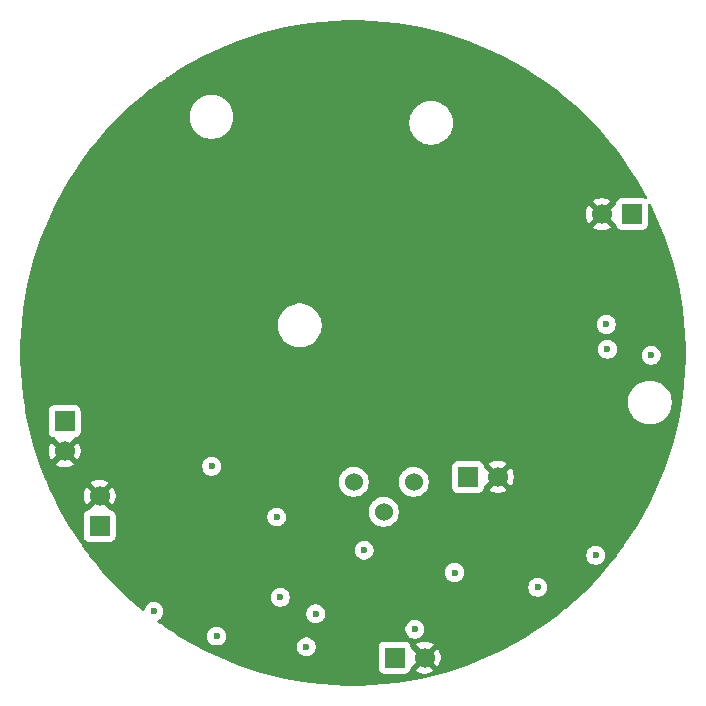
<source format=gbr>
%TF.GenerationSoftware,KiCad,Pcbnew,9.0.7-9.0.7~ubuntu22.04.1*%
%TF.CreationDate,2026-01-21T12:36:38+05:30*%
%TF.ProjectId,HV_POWER_SUPPLY_NEWSHAPE,48565f50-4f57-4455-925f-535550504c59,V1.0*%
%TF.SameCoordinates,Original*%
%TF.FileFunction,Copper,L2,Inr*%
%TF.FilePolarity,Positive*%
%FSLAX46Y46*%
G04 Gerber Fmt 4.6, Leading zero omitted, Abs format (unit mm)*
G04 Created by KiCad (PCBNEW 9.0.7-9.0.7~ubuntu22.04.1) date 2026-01-21 12:36:38*
%MOMM*%
%LPD*%
G01*
G04 APERTURE LIST*
%TA.AperFunction,ComponentPad*%
%ADD10R,1.700000X1.700000*%
%TD*%
%TA.AperFunction,ComponentPad*%
%ADD11C,1.700000*%
%TD*%
%TA.AperFunction,ComponentPad*%
%ADD12C,1.524003*%
%TD*%
%TA.AperFunction,ViaPad*%
%ADD13C,0.600000*%
%TD*%
G04 APERTURE END LIST*
D10*
%TO.N,IO_VREF*%
%TO.C,J1*%
X154500000Y-116250000D03*
D11*
%TO.N,GND*%
X154500000Y-113710000D03*
%TD*%
D10*
%TO.N,Net-(J5-Pin_1)*%
%TO.C,J5*%
X199565000Y-89860000D03*
D11*
%TO.N,GND*%
X197025000Y-89860000D03*
%TD*%
D10*
%TO.N,/Page 2/HV_PG*%
%TO.C,J4*%
X179475000Y-127400000D03*
D11*
%TO.N,GND*%
X182015000Y-127400000D03*
%TD*%
D12*
%TO.N,Net-(R11-Pad2)*%
%TO.C,R9*%
X181100000Y-112529997D03*
%TO.N,POT_METER*%
X178559995Y-115070003D03*
%TO.N,Net-(R10-Pad1)*%
X176019990Y-112529997D03*
%TD*%
D10*
%TO.N,SYS_5V*%
%TO.C,J2*%
X151540000Y-107390000D03*
D11*
%TO.N,GND*%
X151540000Y-109930000D03*
%TD*%
D10*
%TO.N,/Page 2/DETECT_OUTPUT*%
%TO.C,J3*%
X185675000Y-112100000D03*
D11*
%TO.N,GND*%
X188215000Y-112100000D03*
%TD*%
D13*
%TO.N,GND*%
X166623438Y-79225000D03*
X195350000Y-81600000D03*
X164351471Y-76300000D03*
X198405000Y-88075000D03*
X170300000Y-74350000D03*
X167526562Y-78425000D03*
X160225000Y-79225000D03*
X199750000Y-87275000D03*
X193425000Y-80775000D03*
X168675000Y-74800000D03*
X177581250Y-78425000D03*
X196837500Y-84775000D03*
X199125000Y-86325000D03*
X184800000Y-75325000D03*
X184000000Y-75075000D03*
X195800000Y-84775000D03*
X164414200Y-126619000D03*
X162053125Y-79225000D03*
X186817000Y-105867200D03*
X156083000Y-110236000D03*
X178495312Y-78425000D03*
X186732813Y-79225000D03*
X165537500Y-77500000D03*
X161139063Y-79225000D03*
X184581800Y-115747800D03*
X193356250Y-82450000D03*
X162956250Y-78425000D03*
X200075000Y-88075000D03*
X185818750Y-79225000D03*
X180350000Y-74175000D03*
X165450000Y-122100000D03*
X185500000Y-75600000D03*
X175592187Y-77500000D03*
X160045400Y-116814600D03*
X168451563Y-79225000D03*
X182918100Y-124752100D03*
X192706250Y-81600000D03*
X180162500Y-77500000D03*
X163881250Y-79225000D03*
X164623437Y-77500000D03*
X186975000Y-76150000D03*
X189475000Y-79225000D03*
X177592188Y-79225000D03*
X180334375Y-79225000D03*
X189450000Y-77550000D03*
X193300000Y-84025000D03*
X165709375Y-79225000D03*
X187475000Y-77500000D03*
X162967188Y-79225000D03*
X194262500Y-82450000D03*
X175191176Y-73825000D03*
X195350000Y-84025000D03*
X183076563Y-79225000D03*
X184632600Y-121310400D03*
X176667187Y-78425000D03*
X163709375Y-77500000D03*
X176858824Y-73900000D03*
X166950000Y-75325000D03*
X176025000Y-73900000D03*
X182151562Y-78425000D03*
X173151800Y-125552200D03*
X194800000Y-86325000D03*
X198450000Y-85450000D03*
X167537500Y-79225000D03*
X181825000Y-74525000D03*
X173010937Y-78425000D03*
X168440625Y-78425000D03*
X179420313Y-79225000D03*
X190250000Y-78325000D03*
X192925000Y-83200000D03*
X192569261Y-79860741D03*
X166612500Y-78425000D03*
X183818750Y-77500000D03*
X162450000Y-102850000D03*
X196530000Y-86325000D03*
X172850000Y-77500000D03*
X173764062Y-77500000D03*
X188500000Y-76875000D03*
X174357353Y-73900000D03*
X155194000Y-109829600D03*
X189464062Y-78425000D03*
X175753125Y-78425000D03*
X193868750Y-83200000D03*
X190881000Y-118922800D03*
X172107813Y-79225000D03*
X186225000Y-75850000D03*
X193391391Y-79860741D03*
X181100000Y-74300000D03*
X169365625Y-79225000D03*
X194350000Y-80725000D03*
X183990625Y-79225000D03*
X195625000Y-87250000D03*
X199240000Y-88075000D03*
X192450000Y-82450000D03*
X170107812Y-77500000D03*
X183388000Y-104013000D03*
X194468750Y-81600000D03*
X164795313Y-79225000D03*
X171125000Y-74175000D03*
X188560938Y-79225000D03*
X173925000Y-78425000D03*
X164784375Y-78425000D03*
X167825000Y-75025000D03*
X196700000Y-83200000D03*
X196735000Y-88075000D03*
X191825000Y-81600000D03*
X163870312Y-78425000D03*
X196075000Y-82450000D03*
X174678125Y-77500000D03*
X178334375Y-77500000D03*
X172096875Y-78425000D03*
X198260000Y-86325000D03*
X169392600Y-104038400D03*
X171021875Y-77500000D03*
X169525000Y-74500000D03*
X157403800Y-116992400D03*
X179654200Y-121793000D03*
X166150000Y-75575000D03*
X190350000Y-79225000D03*
X170268750Y-78425000D03*
X165698437Y-78425000D03*
X165250000Y-75900000D03*
X162026600Y-77495400D03*
X196350000Y-85450000D03*
X174839062Y-78425000D03*
X197875000Y-84775000D03*
X171182812Y-78425000D03*
X191747130Y-79860741D03*
X171193750Y-79225000D03*
X169354687Y-78425000D03*
X175764063Y-79225000D03*
X181990625Y-77500000D03*
X161250000Y-77975000D03*
X193725000Y-84775000D03*
X173523529Y-73925000D03*
X188675000Y-109325000D03*
X183065625Y-78425000D03*
X198718750Y-87225000D03*
X170279688Y-79225000D03*
X178506250Y-79225000D03*
X184904688Y-79225000D03*
X176678125Y-79225000D03*
X172000000Y-74050000D03*
X187635937Y-78425000D03*
X160350000Y-78525000D03*
X168279687Y-77500000D03*
X191300000Y-79075000D03*
X197687500Y-87225000D03*
X184893750Y-78425000D03*
X195168750Y-82450000D03*
X183979687Y-78425000D03*
X167365625Y-77500000D03*
X191575000Y-80875000D03*
X192500000Y-80800000D03*
X186721875Y-78425000D03*
X196375000Y-84025000D03*
X177420312Y-77500000D03*
X188450000Y-77600000D03*
X180323437Y-78425000D03*
X179350000Y-74050000D03*
X152000000Y-113000000D03*
X187646875Y-79225000D03*
X187700000Y-76525000D03*
X179409375Y-78425000D03*
X166451562Y-77500000D03*
X197395000Y-86325000D03*
X173935938Y-79225000D03*
X193587500Y-81600000D03*
X171935937Y-77500000D03*
X191125000Y-78275000D03*
X154203400Y-110617000D03*
X183250000Y-74825000D03*
X182904687Y-77500000D03*
X169193750Y-77500000D03*
X197400000Y-85450000D03*
X163600000Y-109600000D03*
X185807812Y-78425000D03*
X195756250Y-83200000D03*
X174850000Y-79225000D03*
X162683824Y-77175000D03*
X193649600Y-122986800D03*
X178550000Y-73950000D03*
X194325000Y-84025000D03*
X173021875Y-79225000D03*
X186560937Y-77500000D03*
X192225000Y-79075000D03*
X194762500Y-84775000D03*
X167767000Y-117729000D03*
X177725000Y-73900000D03*
X190925000Y-79860741D03*
X181248438Y-79225000D03*
X182162500Y-79225000D03*
X194812500Y-83200000D03*
X195665000Y-86325000D03*
X188550000Y-78425000D03*
X185646875Y-77500000D03*
X181076562Y-77500000D03*
X160400000Y-120100000D03*
X194250000Y-85450000D03*
X180441600Y-117348000D03*
X196656250Y-87225000D03*
X182525000Y-74675000D03*
X184732812Y-77500000D03*
X197400000Y-84025000D03*
X181237500Y-78425000D03*
X179248437Y-77500000D03*
X162042187Y-78425000D03*
X176506250Y-77500000D03*
X172775000Y-73950000D03*
X197570000Y-88075000D03*
X163517647Y-76700000D03*
X195900000Y-88100000D03*
X195300000Y-85450000D03*
%TO.N,SYS_5V*%
X164000000Y-111200000D03*
%TO.N,GEIGER_DETECTB*%
X201200000Y-101800000D03*
X169800000Y-122300000D03*
%TO.N,IO_VREF*%
X191600000Y-121450000D03*
X197400000Y-99200000D03*
X197500000Y-101300000D03*
X159100000Y-123500000D03*
X196500000Y-118750000D03*
X164400000Y-125600000D03*
%TO.N,POT_METER*%
X172800000Y-123700000D03*
X176900000Y-118300000D03*
%TO.N,/Page 2/DETECT_OUTPUT*%
X172000000Y-126500000D03*
X184550000Y-120200000D03*
%TO.N,Net-(U5A-IN-)*%
X169500000Y-115500000D03*
X181200000Y-125000000D03*
%TD*%
%TA.AperFunction,Conductor*%
%TO.N,GND*%
G36*
X176489112Y-73442876D02*
G01*
X177537314Y-73482096D01*
X177541925Y-73482355D01*
X178587979Y-73560746D01*
X178592519Y-73561172D01*
X179634930Y-73678624D01*
X179639451Y-73679219D01*
X180660518Y-73833120D01*
X180676719Y-73835562D01*
X180681292Y-73836339D01*
X181711953Y-74031350D01*
X181716445Y-74032287D01*
X182739123Y-74265707D01*
X182743590Y-74266814D01*
X183756833Y-74538312D01*
X183761250Y-74539585D01*
X184763607Y-74848771D01*
X184767971Y-74850206D01*
X185758138Y-75196680D01*
X185762412Y-75198267D01*
X186738849Y-75581490D01*
X186743096Y-75583249D01*
X187704575Y-76002738D01*
X187708758Y-76004658D01*
X188653848Y-76459789D01*
X188657963Y-76461867D01*
X189585350Y-76952005D01*
X189589396Y-76954241D01*
X190497801Y-77478709D01*
X190501771Y-77481101D01*
X191389952Y-78039182D01*
X191393792Y-78041696D01*
X192051522Y-78490128D01*
X192260500Y-78632607D01*
X192264282Y-78635291D01*
X193108272Y-79258184D01*
X193111895Y-79260965D01*
X193917562Y-79903462D01*
X193932019Y-79914991D01*
X193935548Y-79917914D01*
X194730710Y-80602206D01*
X194734094Y-80605232D01*
X195488037Y-81304788D01*
X195503026Y-81318696D01*
X195506366Y-81321913D01*
X196248086Y-82063633D01*
X196251303Y-82066973D01*
X196964764Y-82835902D01*
X196967795Y-82839292D01*
X197652080Y-83634445D01*
X197655003Y-83637974D01*
X198309028Y-84458096D01*
X198311821Y-84461735D01*
X198372615Y-84544108D01*
X198934708Y-85305717D01*
X198937392Y-85309499D01*
X199528290Y-86176187D01*
X199530830Y-86180067D01*
X200088897Y-87068226D01*
X200091290Y-87072198D01*
X200615758Y-87980603D01*
X200618001Y-87984662D01*
X200842920Y-88410230D01*
X200856842Y-88478698D01*
X200831537Y-88543825D01*
X200775039Y-88584931D01*
X200705286Y-88588968D01*
X200665185Y-88570322D01*
X200665114Y-88570454D01*
X200663085Y-88569346D01*
X200658977Y-88567436D01*
X200657332Y-88566204D01*
X200657328Y-88566202D01*
X200522482Y-88515908D01*
X200522483Y-88515908D01*
X200462883Y-88509501D01*
X200462881Y-88509500D01*
X200462873Y-88509500D01*
X200462864Y-88509500D01*
X198667129Y-88509500D01*
X198667123Y-88509501D01*
X198607516Y-88515908D01*
X198472671Y-88566202D01*
X198472664Y-88566206D01*
X198357455Y-88652452D01*
X198357452Y-88652455D01*
X198271206Y-88767664D01*
X198271202Y-88767671D01*
X198220908Y-88902517D01*
X198214501Y-88962116D01*
X198214500Y-88962135D01*
X198214500Y-88972690D01*
X198194815Y-89039729D01*
X198178181Y-89060371D01*
X197507962Y-89730590D01*
X197490925Y-89667007D01*
X197425099Y-89552993D01*
X197332007Y-89459901D01*
X197217993Y-89394075D01*
X197154409Y-89377037D01*
X197786716Y-88744728D01*
X197732550Y-88705375D01*
X197543217Y-88608904D01*
X197341129Y-88543242D01*
X197131246Y-88510000D01*
X196918754Y-88510000D01*
X196708872Y-88543242D01*
X196708869Y-88543242D01*
X196506782Y-88608904D01*
X196317439Y-88705380D01*
X196263282Y-88744727D01*
X196263282Y-88744728D01*
X196895591Y-89377037D01*
X196832007Y-89394075D01*
X196717993Y-89459901D01*
X196624901Y-89552993D01*
X196559075Y-89667007D01*
X196542037Y-89730591D01*
X195909728Y-89098282D01*
X195909727Y-89098282D01*
X195870380Y-89152439D01*
X195773904Y-89341782D01*
X195708242Y-89543869D01*
X195708242Y-89543872D01*
X195675000Y-89753753D01*
X195675000Y-89966246D01*
X195708242Y-90176127D01*
X195708242Y-90176130D01*
X195773904Y-90378217D01*
X195870375Y-90567550D01*
X195909728Y-90621716D01*
X196542037Y-89989408D01*
X196559075Y-90052993D01*
X196624901Y-90167007D01*
X196717993Y-90260099D01*
X196832007Y-90325925D01*
X196895590Y-90342962D01*
X196263282Y-90975269D01*
X196263282Y-90975270D01*
X196317449Y-91014624D01*
X196506782Y-91111095D01*
X196708870Y-91176757D01*
X196918754Y-91210000D01*
X197131246Y-91210000D01*
X197341127Y-91176757D01*
X197341130Y-91176757D01*
X197543217Y-91111095D01*
X197732554Y-91014622D01*
X197786716Y-90975270D01*
X197786717Y-90975270D01*
X197154408Y-90342962D01*
X197217993Y-90325925D01*
X197332007Y-90260099D01*
X197425099Y-90167007D01*
X197490925Y-90052993D01*
X197507962Y-89989409D01*
X198178181Y-90659628D01*
X198211666Y-90720951D01*
X198214500Y-90747300D01*
X198214500Y-90757865D01*
X198214501Y-90757876D01*
X198220908Y-90817483D01*
X198271202Y-90952328D01*
X198271206Y-90952335D01*
X198357452Y-91067544D01*
X198357455Y-91067547D01*
X198472664Y-91153793D01*
X198472671Y-91153797D01*
X198607517Y-91204091D01*
X198607516Y-91204091D01*
X198614444Y-91204835D01*
X198667127Y-91210500D01*
X200462872Y-91210499D01*
X200522483Y-91204091D01*
X200657331Y-91153796D01*
X200772546Y-91067546D01*
X200858796Y-90952331D01*
X200909091Y-90817483D01*
X200915500Y-90757873D01*
X200915499Y-89055107D01*
X200935184Y-88988069D01*
X200987987Y-88942314D01*
X201057146Y-88932370D01*
X201120702Y-88961395D01*
X201151218Y-89001305D01*
X201177129Y-89055108D01*
X201565334Y-89861225D01*
X201567268Y-89865440D01*
X201986742Y-90826884D01*
X201988516Y-90831169D01*
X202371718Y-91807550D01*
X202373332Y-91811897D01*
X202719786Y-92802008D01*
X202721235Y-92806413D01*
X203030408Y-93808729D01*
X203031692Y-93813185D01*
X203303180Y-94826392D01*
X203304296Y-94830893D01*
X203537707Y-95853530D01*
X203538654Y-95858070D01*
X203733660Y-96888708D01*
X203734437Y-96893280D01*
X203890775Y-97930510D01*
X203891380Y-97935107D01*
X204008823Y-98977442D01*
X204009256Y-98982059D01*
X204087643Y-100028064D01*
X204087903Y-100032694D01*
X204127124Y-101080886D01*
X204127211Y-101085523D01*
X204127211Y-102134476D01*
X204127124Y-102139113D01*
X204087903Y-103187305D01*
X204087643Y-103191935D01*
X204009256Y-104237940D01*
X204008823Y-104242557D01*
X203891380Y-105284892D01*
X203890775Y-105289489D01*
X203734437Y-106326719D01*
X203733660Y-106331291D01*
X203538654Y-107361929D01*
X203537707Y-107366469D01*
X203304296Y-108389106D01*
X203303180Y-108393607D01*
X203031692Y-109406814D01*
X203030408Y-109411270D01*
X202721235Y-110413586D01*
X202719786Y-110417991D01*
X202373332Y-111408102D01*
X202371718Y-111412449D01*
X201988516Y-112388830D01*
X201986742Y-112393115D01*
X201567268Y-113354559D01*
X201565334Y-113358774D01*
X201110216Y-114303836D01*
X201108126Y-114307975D01*
X200618001Y-115235337D01*
X200615758Y-115239396D01*
X200091290Y-116147801D01*
X200088897Y-116151773D01*
X199530830Y-117039932D01*
X199528290Y-117043812D01*
X198937392Y-117910500D01*
X198934708Y-117914282D01*
X198311836Y-118758244D01*
X198309013Y-118761923D01*
X197655008Y-119582019D01*
X197652058Y-119585579D01*
X196967818Y-120380680D01*
X196964747Y-120384116D01*
X196251303Y-121153026D01*
X196248086Y-121156366D01*
X195506366Y-121898086D01*
X195503026Y-121901303D01*
X194734116Y-122614747D01*
X194730680Y-122617818D01*
X193976888Y-123266510D01*
X193935590Y-123302050D01*
X193932019Y-123305008D01*
X193111923Y-123959013D01*
X193108244Y-123961836D01*
X192264282Y-124584708D01*
X192260500Y-124587392D01*
X191393812Y-125178290D01*
X191389932Y-125180830D01*
X190501773Y-125738897D01*
X190497801Y-125741290D01*
X189589396Y-126265758D01*
X189585337Y-126268001D01*
X188657975Y-126758126D01*
X188653836Y-126760216D01*
X187708774Y-127215334D01*
X187704559Y-127217268D01*
X186743115Y-127636742D01*
X186738830Y-127638516D01*
X185762449Y-128021718D01*
X185758102Y-128023332D01*
X184767991Y-128369786D01*
X184763586Y-128371235D01*
X183761270Y-128680408D01*
X183756814Y-128681692D01*
X182743607Y-128953180D01*
X182739106Y-128954296D01*
X181716469Y-129187707D01*
X181711929Y-129188654D01*
X180681291Y-129383660D01*
X180676719Y-129384437D01*
X179639489Y-129540775D01*
X179634892Y-129541380D01*
X178592557Y-129658823D01*
X178587940Y-129659256D01*
X177541935Y-129737643D01*
X177537305Y-129737903D01*
X176530856Y-129775562D01*
X176489111Y-129777124D01*
X176484476Y-129777211D01*
X175435524Y-129777211D01*
X175430888Y-129777124D01*
X175387100Y-129775485D01*
X174382694Y-129737903D01*
X174378064Y-129737643D01*
X173332059Y-129659256D01*
X173327442Y-129658823D01*
X172285107Y-129541380D01*
X172280510Y-129540775D01*
X171243280Y-129384437D01*
X171238708Y-129383660D01*
X170208070Y-129188654D01*
X170203530Y-129187707D01*
X169180893Y-128954296D01*
X169176392Y-128953180D01*
X168163185Y-128681692D01*
X168158729Y-128680408D01*
X167156413Y-128371235D01*
X167152008Y-128369786D01*
X166161897Y-128023332D01*
X166157550Y-128021718D01*
X165181169Y-127638516D01*
X165176884Y-127636742D01*
X164215440Y-127217268D01*
X164211225Y-127215334D01*
X163266163Y-126760216D01*
X163262024Y-126758126D01*
X162624440Y-126421153D01*
X171199500Y-126421153D01*
X171199500Y-126578846D01*
X171230261Y-126733489D01*
X171230264Y-126733501D01*
X171290602Y-126879172D01*
X171290609Y-126879185D01*
X171378210Y-127010288D01*
X171378213Y-127010292D01*
X171489707Y-127121786D01*
X171489711Y-127121789D01*
X171620814Y-127209390D01*
X171620827Y-127209397D01*
X171766498Y-127269735D01*
X171766503Y-127269737D01*
X171887239Y-127293753D01*
X171921153Y-127300499D01*
X171921156Y-127300500D01*
X171921158Y-127300500D01*
X172078844Y-127300500D01*
X172078845Y-127300499D01*
X172233497Y-127269737D01*
X172362398Y-127216345D01*
X172379172Y-127209397D01*
X172379172Y-127209396D01*
X172379179Y-127209394D01*
X172510289Y-127121789D01*
X172621789Y-127010289D01*
X172709394Y-126879179D01*
X172769737Y-126733497D01*
X172800500Y-126578842D01*
X172800500Y-126502135D01*
X178124500Y-126502135D01*
X178124500Y-128297870D01*
X178124501Y-128297876D01*
X178130908Y-128357483D01*
X178181202Y-128492328D01*
X178181206Y-128492335D01*
X178267452Y-128607544D01*
X178267455Y-128607547D01*
X178382664Y-128693793D01*
X178382671Y-128693797D01*
X178517517Y-128744091D01*
X178517516Y-128744091D01*
X178524444Y-128744835D01*
X178577127Y-128750500D01*
X180372872Y-128750499D01*
X180432483Y-128744091D01*
X180567331Y-128693796D01*
X180682546Y-128607546D01*
X180768796Y-128492331D01*
X180819091Y-128357483D01*
X180825500Y-128297873D01*
X180825499Y-128273979D01*
X180828330Y-128260963D01*
X180838940Y-128241525D01*
X180845179Y-128220275D01*
X180861803Y-128199643D01*
X180861808Y-128199636D01*
X180861811Y-128199634D01*
X180861818Y-128199626D01*
X181532037Y-127529408D01*
X181549075Y-127592993D01*
X181614901Y-127707007D01*
X181707993Y-127800099D01*
X181822007Y-127865925D01*
X181885590Y-127882962D01*
X181253282Y-128515269D01*
X181253282Y-128515270D01*
X181307449Y-128554624D01*
X181496782Y-128651095D01*
X181698870Y-128716757D01*
X181908754Y-128750000D01*
X182121246Y-128750000D01*
X182331127Y-128716757D01*
X182331130Y-128716757D01*
X182533217Y-128651095D01*
X182722554Y-128554622D01*
X182776716Y-128515270D01*
X182776717Y-128515270D01*
X182144408Y-127882962D01*
X182207993Y-127865925D01*
X182322007Y-127800099D01*
X182415099Y-127707007D01*
X182480925Y-127592993D01*
X182497962Y-127529408D01*
X183130270Y-128161717D01*
X183130270Y-128161716D01*
X183169622Y-128107554D01*
X183266095Y-127918217D01*
X183331757Y-127716130D01*
X183331757Y-127716127D01*
X183365000Y-127506246D01*
X183365000Y-127293753D01*
X183331757Y-127083872D01*
X183331757Y-127083869D01*
X183266095Y-126881782D01*
X183169624Y-126692449D01*
X183130270Y-126638282D01*
X183130269Y-126638282D01*
X182497962Y-127270590D01*
X182480925Y-127207007D01*
X182415099Y-127092993D01*
X182322007Y-126999901D01*
X182207993Y-126934075D01*
X182144409Y-126917037D01*
X182776716Y-126284728D01*
X182722550Y-126245375D01*
X182533217Y-126148904D01*
X182331129Y-126083242D01*
X182121246Y-126050000D01*
X181908754Y-126050000D01*
X181698872Y-126083242D01*
X181698869Y-126083242D01*
X181496782Y-126148904D01*
X181307439Y-126245380D01*
X181253282Y-126284727D01*
X181253282Y-126284728D01*
X181885591Y-126917037D01*
X181822007Y-126934075D01*
X181707993Y-126999901D01*
X181614901Y-127092993D01*
X181549075Y-127207007D01*
X181532037Y-127270591D01*
X180861818Y-126600372D01*
X180828333Y-126539049D01*
X180828330Y-126539036D01*
X180825499Y-126526015D01*
X180825499Y-126502128D01*
X180819091Y-126442517D01*
X180769441Y-126309397D01*
X180768798Y-126307673D01*
X180768793Y-126307664D01*
X180682547Y-126192455D01*
X180682544Y-126192452D01*
X180567335Y-126106206D01*
X180567328Y-126106202D01*
X180432482Y-126055908D01*
X180432483Y-126055908D01*
X180372883Y-126049501D01*
X180372881Y-126049500D01*
X180372873Y-126049500D01*
X180372864Y-126049500D01*
X178577129Y-126049500D01*
X178577123Y-126049501D01*
X178517516Y-126055908D01*
X178382671Y-126106202D01*
X178382664Y-126106206D01*
X178267455Y-126192452D01*
X178267452Y-126192455D01*
X178181206Y-126307664D01*
X178181202Y-126307671D01*
X178130908Y-126442517D01*
X178124501Y-126502116D01*
X178124500Y-126502135D01*
X172800500Y-126502135D01*
X172800500Y-126421158D01*
X172800500Y-126421155D01*
X172800499Y-126421153D01*
X172790271Y-126369735D01*
X172769737Y-126266503D01*
X172739065Y-126192454D01*
X172709397Y-126120827D01*
X172709390Y-126120814D01*
X172621789Y-125989711D01*
X172621786Y-125989707D01*
X172510292Y-125878213D01*
X172510288Y-125878210D01*
X172379185Y-125790609D01*
X172379172Y-125790602D01*
X172233501Y-125730264D01*
X172233489Y-125730261D01*
X172078845Y-125699500D01*
X172078842Y-125699500D01*
X171921158Y-125699500D01*
X171921155Y-125699500D01*
X171766510Y-125730261D01*
X171766498Y-125730264D01*
X171620827Y-125790602D01*
X171620814Y-125790609D01*
X171489711Y-125878210D01*
X171489707Y-125878213D01*
X171378213Y-125989707D01*
X171378210Y-125989711D01*
X171290609Y-126120814D01*
X171290602Y-126120827D01*
X171230264Y-126266498D01*
X171230261Y-126266510D01*
X171199500Y-126421153D01*
X162624440Y-126421153D01*
X162334662Y-126268001D01*
X162330603Y-126265758D01*
X161422198Y-125741290D01*
X161418226Y-125738897D01*
X161229098Y-125620060D01*
X161071688Y-125521153D01*
X163599500Y-125521153D01*
X163599500Y-125678846D01*
X163630261Y-125833489D01*
X163630264Y-125833501D01*
X163690602Y-125979172D01*
X163690609Y-125979185D01*
X163778210Y-126110288D01*
X163778213Y-126110292D01*
X163889707Y-126221786D01*
X163889711Y-126221789D01*
X164020814Y-126309390D01*
X164020827Y-126309397D01*
X164159900Y-126367002D01*
X164166503Y-126369737D01*
X164321153Y-126400499D01*
X164321156Y-126400500D01*
X164321158Y-126400500D01*
X164478844Y-126400500D01*
X164478845Y-126400499D01*
X164633497Y-126369737D01*
X164779179Y-126309394D01*
X164910289Y-126221789D01*
X165021789Y-126110289D01*
X165109394Y-125979179D01*
X165169737Y-125833497D01*
X165200500Y-125678842D01*
X165200500Y-125521158D01*
X165200500Y-125521155D01*
X165200499Y-125521153D01*
X165198338Y-125510288D01*
X165169737Y-125366503D01*
X165169735Y-125366498D01*
X165109397Y-125220827D01*
X165109390Y-125220814D01*
X165021789Y-125089711D01*
X165021786Y-125089707D01*
X164910292Y-124978213D01*
X164910288Y-124978210D01*
X164824897Y-124921153D01*
X180399500Y-124921153D01*
X180399500Y-125078846D01*
X180430261Y-125233489D01*
X180430264Y-125233501D01*
X180490602Y-125379172D01*
X180490609Y-125379185D01*
X180578210Y-125510288D01*
X180578213Y-125510292D01*
X180689707Y-125621786D01*
X180689711Y-125621789D01*
X180820814Y-125709390D01*
X180820827Y-125709397D01*
X180897825Y-125741290D01*
X180966503Y-125769737D01*
X181121153Y-125800499D01*
X181121156Y-125800500D01*
X181121158Y-125800500D01*
X181278844Y-125800500D01*
X181278845Y-125800499D01*
X181433497Y-125769737D01*
X181579179Y-125709394D01*
X181710289Y-125621789D01*
X181821789Y-125510289D01*
X181909394Y-125379179D01*
X181969737Y-125233497D01*
X182000500Y-125078842D01*
X182000500Y-124921158D01*
X182000500Y-124921155D01*
X182000499Y-124921153D01*
X181982419Y-124830261D01*
X181969737Y-124766503D01*
X181969735Y-124766498D01*
X181909397Y-124620827D01*
X181909390Y-124620814D01*
X181821789Y-124489711D01*
X181821786Y-124489707D01*
X181710292Y-124378213D01*
X181710288Y-124378210D01*
X181579185Y-124290609D01*
X181579172Y-124290602D01*
X181433501Y-124230264D01*
X181433489Y-124230261D01*
X181278845Y-124199500D01*
X181278842Y-124199500D01*
X181121158Y-124199500D01*
X181121155Y-124199500D01*
X180966510Y-124230261D01*
X180966498Y-124230264D01*
X180820827Y-124290602D01*
X180820814Y-124290609D01*
X180689711Y-124378210D01*
X180689707Y-124378213D01*
X180578213Y-124489707D01*
X180578210Y-124489711D01*
X180490609Y-124620814D01*
X180490602Y-124620827D01*
X180430264Y-124766498D01*
X180430261Y-124766510D01*
X180399500Y-124921153D01*
X164824897Y-124921153D01*
X164779185Y-124890609D01*
X164779172Y-124890602D01*
X164633501Y-124830264D01*
X164633489Y-124830261D01*
X164478845Y-124799500D01*
X164478842Y-124799500D01*
X164321158Y-124799500D01*
X164321155Y-124799500D01*
X164166510Y-124830261D01*
X164166498Y-124830264D01*
X164020827Y-124890602D01*
X164020814Y-124890609D01*
X163889711Y-124978210D01*
X163889707Y-124978213D01*
X163778213Y-125089707D01*
X163778210Y-125089711D01*
X163690609Y-125220814D01*
X163690602Y-125220827D01*
X163630264Y-125366498D01*
X163630261Y-125366510D01*
X163599500Y-125521153D01*
X161071688Y-125521153D01*
X160682166Y-125276400D01*
X160530060Y-125180825D01*
X160526187Y-125178290D01*
X160396265Y-125089711D01*
X160149036Y-124921153D01*
X159659499Y-124587392D01*
X159655717Y-124584708D01*
X159443130Y-124427812D01*
X159400880Y-124372165D01*
X159395421Y-124302509D01*
X159428488Y-124240959D01*
X159469312Y-124213481D01*
X159479179Y-124209394D01*
X159610289Y-124121789D01*
X159721789Y-124010289D01*
X159809394Y-123879179D01*
X159869737Y-123733497D01*
X159892083Y-123621158D01*
X159892084Y-123621153D01*
X171999500Y-123621153D01*
X171999500Y-123778846D01*
X172030261Y-123933489D01*
X172030264Y-123933501D01*
X172090602Y-124079172D01*
X172090609Y-124079185D01*
X172178210Y-124210288D01*
X172178213Y-124210292D01*
X172289707Y-124321786D01*
X172289711Y-124321789D01*
X172420814Y-124409390D01*
X172420827Y-124409397D01*
X172566498Y-124469735D01*
X172566503Y-124469737D01*
X172721153Y-124500499D01*
X172721156Y-124500500D01*
X172721158Y-124500500D01*
X172878844Y-124500500D01*
X172878845Y-124500499D01*
X173033497Y-124469737D01*
X173179179Y-124409394D01*
X173310289Y-124321789D01*
X173421789Y-124210289D01*
X173509394Y-124079179D01*
X173569737Y-123933497D01*
X173600500Y-123778842D01*
X173600500Y-123621158D01*
X173600500Y-123621155D01*
X173600499Y-123621153D01*
X173569738Y-123466510D01*
X173569737Y-123466503D01*
X173553935Y-123428354D01*
X173509397Y-123320827D01*
X173509390Y-123320814D01*
X173421789Y-123189711D01*
X173421786Y-123189707D01*
X173310292Y-123078213D01*
X173310288Y-123078210D01*
X173179185Y-122990609D01*
X173179172Y-122990602D01*
X173033501Y-122930264D01*
X173033489Y-122930261D01*
X172878845Y-122899500D01*
X172878842Y-122899500D01*
X172721158Y-122899500D01*
X172721155Y-122899500D01*
X172566510Y-122930261D01*
X172566498Y-122930264D01*
X172420827Y-122990602D01*
X172420814Y-122990609D01*
X172289711Y-123078210D01*
X172289707Y-123078213D01*
X172178213Y-123189707D01*
X172178210Y-123189711D01*
X172090609Y-123320814D01*
X172090602Y-123320827D01*
X172030264Y-123466498D01*
X172030261Y-123466510D01*
X171999500Y-123621153D01*
X159892084Y-123621153D01*
X159898107Y-123590875D01*
X159898107Y-123590874D01*
X159900500Y-123578844D01*
X159900500Y-123421155D01*
X159900499Y-123421153D01*
X159880543Y-123320827D01*
X159869737Y-123266503D01*
X159837929Y-123189711D01*
X159809397Y-123120827D01*
X159809390Y-123120814D01*
X159721789Y-122989711D01*
X159721786Y-122989707D01*
X159610292Y-122878213D01*
X159610288Y-122878210D01*
X159479185Y-122790609D01*
X159479172Y-122790602D01*
X159333501Y-122730264D01*
X159333489Y-122730261D01*
X159178845Y-122699500D01*
X159178842Y-122699500D01*
X159021158Y-122699500D01*
X159021155Y-122699500D01*
X158866510Y-122730261D01*
X158866498Y-122730264D01*
X158720827Y-122790602D01*
X158720814Y-122790609D01*
X158589711Y-122878210D01*
X158589707Y-122878213D01*
X158478213Y-122989707D01*
X158478210Y-122989711D01*
X158390609Y-123120814D01*
X158390602Y-123120827D01*
X158330264Y-123266498D01*
X158330261Y-123266508D01*
X158316516Y-123335610D01*
X158315075Y-123338364D01*
X158315202Y-123341471D01*
X158298989Y-123369114D01*
X158284131Y-123397521D01*
X158281428Y-123399060D01*
X158279856Y-123401741D01*
X158251277Y-123416229D01*
X158223415Y-123432095D01*
X158220309Y-123431928D01*
X158217537Y-123433334D01*
X158185654Y-123430070D01*
X158153645Y-123428354D01*
X158150192Y-123426440D01*
X158148031Y-123426219D01*
X158117586Y-123408365D01*
X157987980Y-123305007D01*
X157984409Y-123302049D01*
X157773825Y-123120827D01*
X157189292Y-122617795D01*
X157185902Y-122614764D01*
X156761690Y-122221153D01*
X168999500Y-122221153D01*
X168999500Y-122378846D01*
X169030261Y-122533489D01*
X169030264Y-122533501D01*
X169090602Y-122679172D01*
X169090609Y-122679185D01*
X169178210Y-122810288D01*
X169178213Y-122810292D01*
X169289707Y-122921786D01*
X169289711Y-122921789D01*
X169420814Y-123009390D01*
X169420827Y-123009397D01*
X169566498Y-123069735D01*
X169566503Y-123069737D01*
X169721153Y-123100499D01*
X169721156Y-123100500D01*
X169721158Y-123100500D01*
X169878844Y-123100500D01*
X169878845Y-123100499D01*
X170033497Y-123069737D01*
X170179179Y-123009394D01*
X170310289Y-122921789D01*
X170421789Y-122810289D01*
X170509394Y-122679179D01*
X170569737Y-122533497D01*
X170600500Y-122378842D01*
X170600500Y-122221158D01*
X170600500Y-122221155D01*
X170600499Y-122221153D01*
X170570788Y-122071789D01*
X170569737Y-122066503D01*
X170569735Y-122066498D01*
X170509397Y-121920827D01*
X170509390Y-121920814D01*
X170421789Y-121789711D01*
X170421786Y-121789707D01*
X170310292Y-121678213D01*
X170310288Y-121678210D01*
X170179185Y-121590609D01*
X170179172Y-121590602D01*
X170033501Y-121530264D01*
X170033489Y-121530261D01*
X169878845Y-121499500D01*
X169878842Y-121499500D01*
X169721158Y-121499500D01*
X169721155Y-121499500D01*
X169566510Y-121530261D01*
X169566498Y-121530264D01*
X169420827Y-121590602D01*
X169420814Y-121590609D01*
X169289711Y-121678210D01*
X169289707Y-121678213D01*
X169178213Y-121789707D01*
X169178210Y-121789711D01*
X169090609Y-121920814D01*
X169090602Y-121920827D01*
X169030264Y-122066498D01*
X169030261Y-122066510D01*
X168999500Y-122221153D01*
X156761690Y-122221153D01*
X156416973Y-121901303D01*
X156413633Y-121898086D01*
X155886700Y-121371153D01*
X190799500Y-121371153D01*
X190799500Y-121528846D01*
X190830261Y-121683489D01*
X190830264Y-121683501D01*
X190890602Y-121829172D01*
X190890609Y-121829185D01*
X190978210Y-121960288D01*
X190978213Y-121960292D01*
X191089707Y-122071786D01*
X191089711Y-122071789D01*
X191220814Y-122159390D01*
X191220827Y-122159397D01*
X191366498Y-122219735D01*
X191366503Y-122219737D01*
X191521153Y-122250499D01*
X191521156Y-122250500D01*
X191521158Y-122250500D01*
X191678844Y-122250500D01*
X191678845Y-122250499D01*
X191833497Y-122219737D01*
X191979179Y-122159394D01*
X192110289Y-122071789D01*
X192221789Y-121960289D01*
X192309394Y-121829179D01*
X192369737Y-121683497D01*
X192400500Y-121528842D01*
X192400500Y-121371158D01*
X192400500Y-121371155D01*
X192400499Y-121371153D01*
X192369738Y-121216510D01*
X192369737Y-121216503D01*
X192324766Y-121107932D01*
X192309397Y-121070827D01*
X192309390Y-121070814D01*
X192221789Y-120939711D01*
X192221786Y-120939707D01*
X192110292Y-120828213D01*
X192110288Y-120828210D01*
X191979185Y-120740609D01*
X191979172Y-120740602D01*
X191833501Y-120680264D01*
X191833489Y-120680261D01*
X191678845Y-120649500D01*
X191678842Y-120649500D01*
X191521158Y-120649500D01*
X191521155Y-120649500D01*
X191366510Y-120680261D01*
X191366498Y-120680264D01*
X191220827Y-120740602D01*
X191220814Y-120740609D01*
X191089711Y-120828210D01*
X191089707Y-120828213D01*
X190978213Y-120939707D01*
X190978210Y-120939711D01*
X190890609Y-121070814D01*
X190890602Y-121070827D01*
X190830264Y-121216498D01*
X190830261Y-121216510D01*
X190799500Y-121371153D01*
X155886700Y-121371153D01*
X155671913Y-121156366D01*
X155668696Y-121153026D01*
X155626855Y-121107932D01*
X154955233Y-120384094D01*
X154952181Y-120380680D01*
X154728840Y-120121153D01*
X183749500Y-120121153D01*
X183749500Y-120278846D01*
X183780261Y-120433489D01*
X183780264Y-120433501D01*
X183840602Y-120579172D01*
X183840609Y-120579185D01*
X183928210Y-120710288D01*
X183928213Y-120710292D01*
X184039707Y-120821786D01*
X184039711Y-120821789D01*
X184170814Y-120909390D01*
X184170827Y-120909397D01*
X184244013Y-120939711D01*
X184316503Y-120969737D01*
X184471153Y-121000499D01*
X184471156Y-121000500D01*
X184471158Y-121000500D01*
X184628844Y-121000500D01*
X184628845Y-121000499D01*
X184783497Y-120969737D01*
X184929179Y-120909394D01*
X185060289Y-120821789D01*
X185171789Y-120710289D01*
X185259394Y-120579179D01*
X185319737Y-120433497D01*
X185350500Y-120278842D01*
X185350500Y-120121158D01*
X185350500Y-120121155D01*
X185350499Y-120121153D01*
X185319738Y-119966510D01*
X185319737Y-119966503D01*
X185319735Y-119966498D01*
X185259397Y-119820827D01*
X185259390Y-119820814D01*
X185171789Y-119689711D01*
X185171786Y-119689707D01*
X185060292Y-119578213D01*
X185060288Y-119578210D01*
X184929185Y-119490609D01*
X184929172Y-119490602D01*
X184783501Y-119430264D01*
X184783489Y-119430261D01*
X184628845Y-119399500D01*
X184628842Y-119399500D01*
X184471158Y-119399500D01*
X184471155Y-119399500D01*
X184316510Y-119430261D01*
X184316498Y-119430264D01*
X184170827Y-119490602D01*
X184170814Y-119490609D01*
X184039711Y-119578210D01*
X184039707Y-119578213D01*
X183928213Y-119689707D01*
X183928210Y-119689711D01*
X183840609Y-119820814D01*
X183840602Y-119820827D01*
X183780264Y-119966498D01*
X183780261Y-119966510D01*
X183749500Y-120121153D01*
X154728840Y-120121153D01*
X154267914Y-119585548D01*
X154264991Y-119582019D01*
X154261956Y-119578213D01*
X153610965Y-118761895D01*
X153608184Y-118758272D01*
X153211772Y-118221153D01*
X176099500Y-118221153D01*
X176099500Y-118378846D01*
X176130261Y-118533489D01*
X176130264Y-118533501D01*
X176190602Y-118679172D01*
X176190609Y-118679185D01*
X176278210Y-118810288D01*
X176278213Y-118810292D01*
X176389707Y-118921786D01*
X176389711Y-118921789D01*
X176520814Y-119009390D01*
X176520827Y-119009397D01*
X176666498Y-119069735D01*
X176666503Y-119069737D01*
X176821153Y-119100499D01*
X176821156Y-119100500D01*
X176821158Y-119100500D01*
X176978844Y-119100500D01*
X176978845Y-119100499D01*
X177133497Y-119069737D01*
X177279179Y-119009394D01*
X177410289Y-118921789D01*
X177521789Y-118810289D01*
X177609394Y-118679179D01*
X177609395Y-118679176D01*
X177609397Y-118679173D01*
X177612719Y-118671153D01*
X195699500Y-118671153D01*
X195699500Y-118828846D01*
X195730261Y-118983489D01*
X195730264Y-118983501D01*
X195790602Y-119129172D01*
X195790609Y-119129185D01*
X195878210Y-119260288D01*
X195878213Y-119260292D01*
X195989707Y-119371786D01*
X195989711Y-119371789D01*
X196120814Y-119459390D01*
X196120827Y-119459397D01*
X196266498Y-119519735D01*
X196266503Y-119519737D01*
X196421153Y-119550499D01*
X196421156Y-119550500D01*
X196421158Y-119550500D01*
X196578844Y-119550500D01*
X196578845Y-119550499D01*
X196733497Y-119519737D01*
X196879179Y-119459394D01*
X197010289Y-119371789D01*
X197121789Y-119260289D01*
X197209394Y-119129179D01*
X197269737Y-118983497D01*
X197300500Y-118828842D01*
X197300500Y-118671158D01*
X197300500Y-118671155D01*
X197300499Y-118671153D01*
X197273117Y-118533497D01*
X197269737Y-118516503D01*
X197269735Y-118516498D01*
X197209397Y-118370827D01*
X197209390Y-118370814D01*
X197121789Y-118239711D01*
X197121786Y-118239707D01*
X197010292Y-118128213D01*
X197010288Y-118128210D01*
X196879185Y-118040609D01*
X196879172Y-118040602D01*
X196733501Y-117980264D01*
X196733489Y-117980261D01*
X196578845Y-117949500D01*
X196578842Y-117949500D01*
X196421158Y-117949500D01*
X196421155Y-117949500D01*
X196266510Y-117980261D01*
X196266498Y-117980264D01*
X196120827Y-118040602D01*
X196120814Y-118040609D01*
X195989711Y-118128210D01*
X195989707Y-118128213D01*
X195878213Y-118239707D01*
X195878210Y-118239711D01*
X195790609Y-118370814D01*
X195790602Y-118370827D01*
X195730264Y-118516498D01*
X195730261Y-118516510D01*
X195699500Y-118671153D01*
X177612719Y-118671153D01*
X177634895Y-118617614D01*
X177634895Y-118617613D01*
X177669737Y-118533497D01*
X177700500Y-118378842D01*
X177700500Y-118221158D01*
X177700500Y-118221155D01*
X177700499Y-118221153D01*
X177682012Y-118128213D01*
X177669737Y-118066503D01*
X177669735Y-118066498D01*
X177609397Y-117920827D01*
X177609390Y-117920814D01*
X177521789Y-117789711D01*
X177521786Y-117789707D01*
X177410292Y-117678213D01*
X177410288Y-117678210D01*
X177279185Y-117590609D01*
X177279172Y-117590602D01*
X177133501Y-117530264D01*
X177133489Y-117530261D01*
X176978845Y-117499500D01*
X176978842Y-117499500D01*
X176821158Y-117499500D01*
X176821155Y-117499500D01*
X176666510Y-117530261D01*
X176666498Y-117530264D01*
X176520827Y-117590602D01*
X176520814Y-117590609D01*
X176389711Y-117678210D01*
X176389707Y-117678213D01*
X176278213Y-117789707D01*
X176278210Y-117789711D01*
X176190609Y-117920814D01*
X176190602Y-117920827D01*
X176130264Y-118066498D01*
X176130261Y-118066510D01*
X176099500Y-118221153D01*
X153211772Y-118221153D01*
X153097631Y-118066498D01*
X152985291Y-117914282D01*
X152982607Y-117910500D01*
X152732593Y-117543797D01*
X152391696Y-117043792D01*
X152389182Y-117039952D01*
X151831101Y-116151771D01*
X151828709Y-116147801D01*
X151403205Y-115410806D01*
X151369331Y-115352135D01*
X153149500Y-115352135D01*
X153149500Y-117147870D01*
X153149501Y-117147876D01*
X153155908Y-117207483D01*
X153206202Y-117342328D01*
X153206206Y-117342335D01*
X153292452Y-117457544D01*
X153292455Y-117457547D01*
X153407664Y-117543793D01*
X153407671Y-117543797D01*
X153542517Y-117594091D01*
X153542516Y-117594091D01*
X153549444Y-117594835D01*
X153602127Y-117600500D01*
X155397872Y-117600499D01*
X155457483Y-117594091D01*
X155592331Y-117543796D01*
X155707546Y-117457546D01*
X155793796Y-117342331D01*
X155844091Y-117207483D01*
X155850500Y-117147873D01*
X155850499Y-115421153D01*
X168699500Y-115421153D01*
X168699500Y-115578846D01*
X168730261Y-115733489D01*
X168730264Y-115733501D01*
X168790602Y-115879172D01*
X168790609Y-115879185D01*
X168878210Y-116010288D01*
X168878213Y-116010292D01*
X168989707Y-116121786D01*
X168989711Y-116121789D01*
X169120814Y-116209390D01*
X169120827Y-116209397D01*
X169266498Y-116269735D01*
X169266503Y-116269737D01*
X169421153Y-116300499D01*
X169421156Y-116300500D01*
X169421158Y-116300500D01*
X169578844Y-116300500D01*
X169578845Y-116300499D01*
X169733497Y-116269737D01*
X169879179Y-116209394D01*
X170010289Y-116121789D01*
X170121789Y-116010289D01*
X170209394Y-115879179D01*
X170269737Y-115733497D01*
X170300500Y-115578842D01*
X170300500Y-115421158D01*
X170300500Y-115421155D01*
X170300499Y-115421153D01*
X170289457Y-115365640D01*
X170269737Y-115266503D01*
X170214897Y-115134106D01*
X170209397Y-115120827D01*
X170209390Y-115120814D01*
X170151824Y-115034661D01*
X170121789Y-114989711D01*
X170121786Y-114989707D01*
X170102721Y-114970642D01*
X177297494Y-114970642D01*
X177297494Y-115169363D01*
X177328581Y-115365640D01*
X177389987Y-115554632D01*
X177389988Y-115554635D01*
X177480207Y-115731698D01*
X177597013Y-115892467D01*
X177737531Y-116032985D01*
X177898300Y-116149791D01*
X177985144Y-116194040D01*
X178075362Y-116240009D01*
X178075365Y-116240010D01*
X178166851Y-116269735D01*
X178264359Y-116301417D01*
X178460634Y-116332504D01*
X178460635Y-116332504D01*
X178659355Y-116332504D01*
X178659356Y-116332504D01*
X178855631Y-116301417D01*
X179044627Y-116240009D01*
X179221690Y-116149791D01*
X179382459Y-116032985D01*
X179522977Y-115892467D01*
X179639783Y-115731698D01*
X179730001Y-115554635D01*
X179791409Y-115365639D01*
X179822496Y-115169364D01*
X179822496Y-114970642D01*
X179791409Y-114774367D01*
X179730001Y-114585371D01*
X179730001Y-114585370D01*
X179639782Y-114408307D01*
X179522977Y-114247539D01*
X179382459Y-114107021D01*
X179221690Y-113990215D01*
X179044627Y-113899996D01*
X179044624Y-113899995D01*
X178855632Y-113838589D01*
X178714563Y-113816246D01*
X178659356Y-113807502D01*
X178460634Y-113807502D01*
X178405427Y-113816246D01*
X178264357Y-113838589D01*
X178075365Y-113899995D01*
X178075362Y-113899996D01*
X177898299Y-113990215D01*
X177848867Y-114026130D01*
X177737531Y-114107021D01*
X177737529Y-114107023D01*
X177737528Y-114107023D01*
X177597015Y-114247536D01*
X177597015Y-114247537D01*
X177597013Y-114247539D01*
X177546849Y-114316582D01*
X177480207Y-114408307D01*
X177389988Y-114585370D01*
X177389987Y-114585373D01*
X177328581Y-114774365D01*
X177297494Y-114970642D01*
X170102721Y-114970642D01*
X170010292Y-114878213D01*
X170010288Y-114878210D01*
X169879185Y-114790609D01*
X169879172Y-114790602D01*
X169733501Y-114730264D01*
X169733489Y-114730261D01*
X169578845Y-114699500D01*
X169578842Y-114699500D01*
X169421158Y-114699500D01*
X169421155Y-114699500D01*
X169266510Y-114730261D01*
X169266498Y-114730264D01*
X169120827Y-114790602D01*
X169120814Y-114790609D01*
X168989711Y-114878210D01*
X168989707Y-114878213D01*
X168878213Y-114989707D01*
X168878210Y-114989711D01*
X168790609Y-115120814D01*
X168790602Y-115120827D01*
X168730264Y-115266498D01*
X168730261Y-115266510D01*
X168699500Y-115421153D01*
X155850499Y-115421153D01*
X155850499Y-115352128D01*
X155844091Y-115292517D01*
X155834388Y-115266503D01*
X155793797Y-115157671D01*
X155793793Y-115157664D01*
X155707547Y-115042455D01*
X155707544Y-115042452D01*
X155592335Y-114956206D01*
X155592328Y-114956202D01*
X155457482Y-114905908D01*
X155457483Y-114905908D01*
X155397883Y-114899501D01*
X155397881Y-114899500D01*
X155397873Y-114899500D01*
X155397865Y-114899500D01*
X155387309Y-114899500D01*
X155320270Y-114879815D01*
X155299628Y-114863181D01*
X154629408Y-114192962D01*
X154692993Y-114175925D01*
X154807007Y-114110099D01*
X154900099Y-114017007D01*
X154965925Y-113902993D01*
X154982962Y-113839408D01*
X155615270Y-114471717D01*
X155615270Y-114471716D01*
X155654622Y-114417554D01*
X155751095Y-114228217D01*
X155816757Y-114026130D01*
X155816757Y-114026127D01*
X155850000Y-113816246D01*
X155850000Y-113603753D01*
X155816757Y-113393872D01*
X155816757Y-113393869D01*
X155751095Y-113191782D01*
X155654624Y-113002449D01*
X155615270Y-112948282D01*
X155615269Y-112948282D01*
X154982962Y-113580590D01*
X154965925Y-113517007D01*
X154900099Y-113402993D01*
X154807007Y-113309901D01*
X154692993Y-113244075D01*
X154629409Y-113227037D01*
X155261716Y-112594728D01*
X155207550Y-112555375D01*
X155170013Y-112536249D01*
X155018217Y-112458904D01*
X154931217Y-112430636D01*
X174757489Y-112430636D01*
X174757489Y-112629357D01*
X174788576Y-112825634D01*
X174849982Y-113014626D01*
X174849983Y-113014629D01*
X174910293Y-113132992D01*
X174940202Y-113191692D01*
X175057008Y-113352461D01*
X175197526Y-113492979D01*
X175358295Y-113609785D01*
X175442487Y-113652683D01*
X175535357Y-113700003D01*
X175535360Y-113700004D01*
X175629856Y-113730707D01*
X175724354Y-113761411D01*
X175920629Y-113792498D01*
X175920630Y-113792498D01*
X176119350Y-113792498D01*
X176119351Y-113792498D01*
X176315626Y-113761411D01*
X176504622Y-113700003D01*
X176681685Y-113609785D01*
X176842454Y-113492979D01*
X176982972Y-113352461D01*
X177099778Y-113191692D01*
X177189996Y-113014629D01*
X177251404Y-112825633D01*
X177282491Y-112629358D01*
X177282491Y-112430636D01*
X179837499Y-112430636D01*
X179837499Y-112629357D01*
X179868586Y-112825634D01*
X179929992Y-113014626D01*
X179929993Y-113014629D01*
X179990303Y-113132992D01*
X180020212Y-113191692D01*
X180137018Y-113352461D01*
X180277536Y-113492979D01*
X180438305Y-113609785D01*
X180522497Y-113652683D01*
X180615367Y-113700003D01*
X180615370Y-113700004D01*
X180709866Y-113730707D01*
X180804364Y-113761411D01*
X181000639Y-113792498D01*
X181000640Y-113792498D01*
X181199360Y-113792498D01*
X181199361Y-113792498D01*
X181395636Y-113761411D01*
X181584632Y-113700003D01*
X181761695Y-113609785D01*
X181922464Y-113492979D01*
X182062982Y-113352461D01*
X182179788Y-113191692D01*
X182270006Y-113014629D01*
X182331414Y-112825633D01*
X182362501Y-112629358D01*
X182362501Y-112430636D01*
X182331414Y-112234361D01*
X182270006Y-112045365D01*
X182270006Y-112045364D01*
X182179787Y-111868301D01*
X182145994Y-111821789D01*
X182062982Y-111707533D01*
X181922464Y-111567015D01*
X181761695Y-111450209D01*
X181728880Y-111433489D01*
X181584632Y-111359990D01*
X181584629Y-111359989D01*
X181451510Y-111316737D01*
X181395637Y-111298583D01*
X181271009Y-111278844D01*
X181199361Y-111267496D01*
X181000639Y-111267496D01*
X180935214Y-111277858D01*
X180804362Y-111298583D01*
X180615370Y-111359989D01*
X180615367Y-111359990D01*
X180438304Y-111450209D01*
X180346579Y-111516851D01*
X180277536Y-111567015D01*
X180277534Y-111567017D01*
X180277533Y-111567017D01*
X180137020Y-111707530D01*
X180137020Y-111707531D01*
X180137018Y-111707533D01*
X180108746Y-111746446D01*
X180020212Y-111868301D01*
X179929993Y-112045364D01*
X179929992Y-112045367D01*
X179868586Y-112234359D01*
X179837499Y-112430636D01*
X177282491Y-112430636D01*
X177251404Y-112234361D01*
X177189996Y-112045365D01*
X177189996Y-112045364D01*
X177099777Y-111868301D01*
X177065984Y-111821789D01*
X176982972Y-111707533D01*
X176842454Y-111567015D01*
X176681685Y-111450209D01*
X176648870Y-111433489D01*
X176504622Y-111359990D01*
X176504619Y-111359989D01*
X176315627Y-111298583D01*
X176190999Y-111278844D01*
X176119351Y-111267496D01*
X175920629Y-111267496D01*
X175855204Y-111277858D01*
X175724352Y-111298583D01*
X175535360Y-111359989D01*
X175535357Y-111359990D01*
X175358294Y-111450209D01*
X175266569Y-111516851D01*
X175197526Y-111567015D01*
X175197524Y-111567017D01*
X175197523Y-111567017D01*
X175057010Y-111707530D01*
X175057010Y-111707531D01*
X175057008Y-111707533D01*
X175028736Y-111746446D01*
X174940202Y-111868301D01*
X174849983Y-112045364D01*
X174849982Y-112045367D01*
X174788576Y-112234359D01*
X174757489Y-112430636D01*
X154931217Y-112430636D01*
X154816129Y-112393242D01*
X154606246Y-112360000D01*
X154393754Y-112360000D01*
X154183872Y-112393242D01*
X154183869Y-112393242D01*
X153981782Y-112458904D01*
X153792439Y-112555380D01*
X153738282Y-112594727D01*
X153738282Y-112594728D01*
X154370591Y-113227037D01*
X154307007Y-113244075D01*
X154192993Y-113309901D01*
X154099901Y-113402993D01*
X154034075Y-113517007D01*
X154017037Y-113580591D01*
X153384728Y-112948282D01*
X153384727Y-112948282D01*
X153345380Y-113002439D01*
X153248904Y-113191782D01*
X153183242Y-113393869D01*
X153183242Y-113393872D01*
X153150000Y-113603753D01*
X153150000Y-113816246D01*
X153183242Y-114026127D01*
X153183242Y-114026130D01*
X153248904Y-114228217D01*
X153345375Y-114417550D01*
X153384728Y-114471716D01*
X154017037Y-113839408D01*
X154034075Y-113902993D01*
X154099901Y-114017007D01*
X154192993Y-114110099D01*
X154307007Y-114175925D01*
X154370590Y-114192962D01*
X153700370Y-114863181D01*
X153639047Y-114896666D01*
X153612698Y-114899500D01*
X153602134Y-114899500D01*
X153602123Y-114899501D01*
X153542516Y-114905908D01*
X153407671Y-114956202D01*
X153407664Y-114956206D01*
X153292455Y-115042452D01*
X153292452Y-115042455D01*
X153206206Y-115157664D01*
X153206202Y-115157671D01*
X153155908Y-115292517D01*
X153149501Y-115352116D01*
X153149501Y-115352123D01*
X153149500Y-115352135D01*
X151369331Y-115352135D01*
X151334910Y-115292516D01*
X151304234Y-115239384D01*
X151301998Y-115235337D01*
X151267130Y-115169364D01*
X150811867Y-114307963D01*
X150809783Y-114303836D01*
X150782671Y-114247537D01*
X150354658Y-113358758D01*
X150352731Y-113354559D01*
X150332220Y-113307547D01*
X149933249Y-112393096D01*
X149931483Y-112388830D01*
X149893843Y-112292925D01*
X149548267Y-111412412D01*
X149546680Y-111408138D01*
X149200206Y-110417971D01*
X149198764Y-110413586D01*
X149194419Y-110399500D01*
X148889585Y-109411250D01*
X148888307Y-109406814D01*
X148709768Y-108740499D01*
X148616814Y-108393590D01*
X148615703Y-108389106D01*
X148606203Y-108347482D01*
X148382287Y-107366445D01*
X148381345Y-107361929D01*
X148377562Y-107341936D01*
X148216772Y-106492135D01*
X150189500Y-106492135D01*
X150189500Y-108287870D01*
X150189501Y-108287876D01*
X150195908Y-108347483D01*
X150246202Y-108482328D01*
X150246206Y-108482335D01*
X150332452Y-108597544D01*
X150332455Y-108597547D01*
X150447664Y-108683793D01*
X150447671Y-108683797D01*
X150492618Y-108700561D01*
X150582517Y-108734091D01*
X150642127Y-108740500D01*
X150652685Y-108740499D01*
X150719723Y-108760179D01*
X150740372Y-108776818D01*
X151410591Y-109447037D01*
X151347007Y-109464075D01*
X151232993Y-109529901D01*
X151139901Y-109622993D01*
X151074075Y-109737007D01*
X151057037Y-109800591D01*
X150424728Y-109168282D01*
X150424727Y-109168282D01*
X150385380Y-109222439D01*
X150288904Y-109411782D01*
X150223242Y-109613869D01*
X150223242Y-109613872D01*
X150190000Y-109823753D01*
X150190000Y-110036246D01*
X150223242Y-110246127D01*
X150223242Y-110246130D01*
X150288904Y-110448217D01*
X150385375Y-110637550D01*
X150424728Y-110691716D01*
X151057037Y-110059408D01*
X151074075Y-110122993D01*
X151139901Y-110237007D01*
X151232993Y-110330099D01*
X151347007Y-110395925D01*
X151410590Y-110412962D01*
X150778282Y-111045269D01*
X150778282Y-111045270D01*
X150832449Y-111084624D01*
X151021782Y-111181095D01*
X151223870Y-111246757D01*
X151433754Y-111280000D01*
X151646246Y-111280000D01*
X151856127Y-111246757D01*
X151856130Y-111246757D01*
X152058217Y-111181095D01*
X152175859Y-111121153D01*
X163199500Y-111121153D01*
X163199500Y-111278846D01*
X163230261Y-111433489D01*
X163230264Y-111433501D01*
X163290602Y-111579172D01*
X163290609Y-111579185D01*
X163378210Y-111710288D01*
X163378213Y-111710292D01*
X163489707Y-111821786D01*
X163489711Y-111821789D01*
X163620814Y-111909390D01*
X163620827Y-111909397D01*
X163766498Y-111969735D01*
X163766503Y-111969737D01*
X163887239Y-111993753D01*
X163921153Y-112000499D01*
X163921156Y-112000500D01*
X163921158Y-112000500D01*
X164078844Y-112000500D01*
X164078845Y-112000499D01*
X164233497Y-111969737D01*
X164379179Y-111909394D01*
X164510289Y-111821789D01*
X164621789Y-111710289D01*
X164709394Y-111579179D01*
X164714433Y-111567015D01*
X164723067Y-111546166D01*
X164769737Y-111433497D01*
X164800500Y-111278842D01*
X164800500Y-111202135D01*
X184324500Y-111202135D01*
X184324500Y-112997870D01*
X184324501Y-112997876D01*
X184330908Y-113057483D01*
X184381202Y-113192328D01*
X184381206Y-113192335D01*
X184467452Y-113307544D01*
X184467455Y-113307547D01*
X184582664Y-113393793D01*
X184582671Y-113393797D01*
X184717517Y-113444091D01*
X184717516Y-113444091D01*
X184724444Y-113444835D01*
X184777127Y-113450500D01*
X186572872Y-113450499D01*
X186632483Y-113444091D01*
X186767331Y-113393796D01*
X186882546Y-113307546D01*
X186968796Y-113192331D01*
X187019091Y-113057483D01*
X187025500Y-112997873D01*
X187025499Y-112973979D01*
X187028330Y-112960963D01*
X187038940Y-112941525D01*
X187045179Y-112920275D01*
X187061803Y-112899643D01*
X187061808Y-112899636D01*
X187061811Y-112899634D01*
X187061818Y-112899626D01*
X187732037Y-112229408D01*
X187749075Y-112292993D01*
X187814901Y-112407007D01*
X187907993Y-112500099D01*
X188022007Y-112565925D01*
X188085590Y-112582962D01*
X187453282Y-113215269D01*
X187453282Y-113215270D01*
X187507449Y-113254624D01*
X187696782Y-113351095D01*
X187898870Y-113416757D01*
X188108754Y-113450000D01*
X188321246Y-113450000D01*
X188531127Y-113416757D01*
X188531130Y-113416757D01*
X188733217Y-113351095D01*
X188922554Y-113254622D01*
X188976716Y-113215270D01*
X188976717Y-113215270D01*
X188344408Y-112582962D01*
X188407993Y-112565925D01*
X188522007Y-112500099D01*
X188615099Y-112407007D01*
X188680925Y-112292993D01*
X188697962Y-112229408D01*
X189330270Y-112861717D01*
X189330270Y-112861716D01*
X189369622Y-112807554D01*
X189466095Y-112618217D01*
X189531757Y-112416130D01*
X189531757Y-112416127D01*
X189565000Y-112206246D01*
X189565000Y-111993753D01*
X189531757Y-111783872D01*
X189531757Y-111783869D01*
X189466095Y-111581782D01*
X189369624Y-111392449D01*
X189330270Y-111338282D01*
X189330269Y-111338282D01*
X188697962Y-111970590D01*
X188680925Y-111907007D01*
X188615099Y-111792993D01*
X188522007Y-111699901D01*
X188407993Y-111634075D01*
X188344409Y-111617037D01*
X188976716Y-110984728D01*
X188922550Y-110945375D01*
X188733217Y-110848904D01*
X188531129Y-110783242D01*
X188321246Y-110750000D01*
X188108754Y-110750000D01*
X187898872Y-110783242D01*
X187898869Y-110783242D01*
X187696782Y-110848904D01*
X187507439Y-110945380D01*
X187453282Y-110984727D01*
X187453282Y-110984728D01*
X188085591Y-111617037D01*
X188022007Y-111634075D01*
X187907993Y-111699901D01*
X187814901Y-111792993D01*
X187749075Y-111907007D01*
X187732037Y-111970590D01*
X187061818Y-111300371D01*
X187028333Y-111239048D01*
X187028330Y-111239035D01*
X187025499Y-111226014D01*
X187025499Y-111202128D01*
X187019091Y-111142517D01*
X186982821Y-111045271D01*
X186968798Y-111007673D01*
X186968793Y-111007664D01*
X186882547Y-110892455D01*
X186882544Y-110892452D01*
X186767335Y-110806206D01*
X186767328Y-110806202D01*
X186632482Y-110755908D01*
X186632483Y-110755908D01*
X186572883Y-110749501D01*
X186572881Y-110749500D01*
X186572873Y-110749500D01*
X186572864Y-110749500D01*
X184777129Y-110749500D01*
X184777123Y-110749501D01*
X184717516Y-110755908D01*
X184582671Y-110806202D01*
X184582664Y-110806206D01*
X184467455Y-110892452D01*
X184467452Y-110892455D01*
X184381206Y-111007664D01*
X184381202Y-111007671D01*
X184330908Y-111142517D01*
X184324501Y-111202116D01*
X184324500Y-111202135D01*
X164800500Y-111202135D01*
X164800500Y-111121158D01*
X164800500Y-111121155D01*
X164800499Y-111121153D01*
X164793232Y-111084622D01*
X164769737Y-110966503D01*
X164739065Y-110892454D01*
X164709397Y-110820827D01*
X164709390Y-110820814D01*
X164621789Y-110689711D01*
X164621786Y-110689707D01*
X164510292Y-110578213D01*
X164510288Y-110578210D01*
X164379185Y-110490609D01*
X164379172Y-110490602D01*
X164233501Y-110430264D01*
X164233489Y-110430261D01*
X164078845Y-110399500D01*
X164078842Y-110399500D01*
X163921158Y-110399500D01*
X163921155Y-110399500D01*
X163766510Y-110430261D01*
X163766498Y-110430264D01*
X163620827Y-110490602D01*
X163620814Y-110490609D01*
X163489711Y-110578210D01*
X163489707Y-110578213D01*
X163378213Y-110689707D01*
X163378210Y-110689711D01*
X163290609Y-110820814D01*
X163290602Y-110820827D01*
X163230264Y-110966498D01*
X163230261Y-110966510D01*
X163199500Y-111121153D01*
X152175859Y-111121153D01*
X152247554Y-111084622D01*
X152301716Y-111045271D01*
X152301717Y-111045270D01*
X151669408Y-110412962D01*
X151732993Y-110395925D01*
X151847007Y-110330099D01*
X151940099Y-110237007D01*
X152005925Y-110122993D01*
X152022962Y-110059408D01*
X152655270Y-110691717D01*
X152655270Y-110691716D01*
X152694622Y-110637554D01*
X152791095Y-110448217D01*
X152856757Y-110246130D01*
X152856757Y-110246127D01*
X152890000Y-110036246D01*
X152890000Y-109823753D01*
X152856757Y-109613872D01*
X152856757Y-109613869D01*
X152791095Y-109411782D01*
X152694624Y-109222449D01*
X152655270Y-109168282D01*
X152655269Y-109168282D01*
X152022962Y-109800590D01*
X152005925Y-109737007D01*
X151940099Y-109622993D01*
X151847007Y-109529901D01*
X151732993Y-109464075D01*
X151669409Y-109447037D01*
X152339627Y-108776818D01*
X152400950Y-108743333D01*
X152427307Y-108740499D01*
X152437872Y-108740499D01*
X152497483Y-108734091D01*
X152632331Y-108683796D01*
X152747546Y-108597546D01*
X152833796Y-108482331D01*
X152884091Y-108347483D01*
X152890500Y-108287873D01*
X152890499Y-106492128D01*
X152884091Y-106432517D01*
X152870508Y-106396100D01*
X152833797Y-106297671D01*
X152833793Y-106297664D01*
X152747547Y-106182455D01*
X152747544Y-106182452D01*
X152632335Y-106096206D01*
X152632328Y-106096202D01*
X152497482Y-106045908D01*
X152497483Y-106045908D01*
X152437883Y-106039501D01*
X152437881Y-106039500D01*
X152437873Y-106039500D01*
X152437864Y-106039500D01*
X150642129Y-106039500D01*
X150642123Y-106039501D01*
X150582516Y-106045908D01*
X150447671Y-106096202D01*
X150447664Y-106096206D01*
X150332455Y-106182452D01*
X150332452Y-106182455D01*
X150246206Y-106297664D01*
X150246202Y-106297671D01*
X150195908Y-106432517D01*
X150189501Y-106492116D01*
X150189501Y-106492123D01*
X150189500Y-106492135D01*
X148216772Y-106492135D01*
X148186339Y-106331291D01*
X148185562Y-106326719D01*
X148163818Y-106182455D01*
X148087891Y-105678711D01*
X199239500Y-105678711D01*
X199239500Y-105921288D01*
X199262527Y-106096204D01*
X199271162Y-106161789D01*
X199302104Y-106277264D01*
X199333947Y-106396104D01*
X199426773Y-106620205D01*
X199426776Y-106620212D01*
X199548064Y-106830289D01*
X199548066Y-106830292D01*
X199548067Y-106830293D01*
X199695733Y-107022736D01*
X199695739Y-107022743D01*
X199867256Y-107194260D01*
X199867262Y-107194265D01*
X200059711Y-107341936D01*
X200269788Y-107463224D01*
X200493900Y-107556054D01*
X200728211Y-107618838D01*
X200908586Y-107642584D01*
X200968711Y-107650500D01*
X200968712Y-107650500D01*
X201211289Y-107650500D01*
X201259388Y-107644167D01*
X201451789Y-107618838D01*
X201686100Y-107556054D01*
X201910212Y-107463224D01*
X202120289Y-107341936D01*
X202312738Y-107194265D01*
X202484265Y-107022738D01*
X202631936Y-106830289D01*
X202753224Y-106620212D01*
X202846054Y-106396100D01*
X202908838Y-106161789D01*
X202940500Y-105921288D01*
X202940500Y-105678712D01*
X202908838Y-105438211D01*
X202846054Y-105203900D01*
X202753224Y-104979788D01*
X202631936Y-104769711D01*
X202484265Y-104577262D01*
X202484260Y-104577256D01*
X202312743Y-104405739D01*
X202312736Y-104405733D01*
X202120293Y-104258067D01*
X202120292Y-104258066D01*
X202120289Y-104258064D01*
X201910212Y-104136776D01*
X201910205Y-104136773D01*
X201686104Y-104043947D01*
X201451785Y-103981161D01*
X201211289Y-103949500D01*
X201211288Y-103949500D01*
X200968712Y-103949500D01*
X200968711Y-103949500D01*
X200728214Y-103981161D01*
X200493895Y-104043947D01*
X200269794Y-104136773D01*
X200269785Y-104136777D01*
X200059706Y-104258067D01*
X199867263Y-104405733D01*
X199867256Y-104405739D01*
X199695739Y-104577256D01*
X199695733Y-104577263D01*
X199548067Y-104769706D01*
X199426777Y-104979785D01*
X199426773Y-104979794D01*
X199333947Y-105203895D01*
X199271161Y-105438214D01*
X199239500Y-105678711D01*
X148087891Y-105678711D01*
X148029219Y-105289451D01*
X148028624Y-105284930D01*
X147911172Y-104242519D01*
X147910746Y-104237979D01*
X147832355Y-103191925D01*
X147832096Y-103187304D01*
X147792876Y-102139112D01*
X147792789Y-102134476D01*
X147792789Y-101221153D01*
X196699500Y-101221153D01*
X196699500Y-101378846D01*
X196730261Y-101533489D01*
X196730264Y-101533501D01*
X196790602Y-101679172D01*
X196790609Y-101679185D01*
X196878210Y-101810288D01*
X196878213Y-101810292D01*
X196989707Y-101921786D01*
X196989711Y-101921789D01*
X197120814Y-102009390D01*
X197120827Y-102009397D01*
X197266498Y-102069735D01*
X197266503Y-102069737D01*
X197421153Y-102100499D01*
X197421156Y-102100500D01*
X197421158Y-102100500D01*
X197578844Y-102100500D01*
X197578845Y-102100499D01*
X197733497Y-102069737D01*
X197879179Y-102009394D01*
X198010289Y-101921789D01*
X198121789Y-101810289D01*
X198181348Y-101721153D01*
X200399500Y-101721153D01*
X200399500Y-101878846D01*
X200430261Y-102033489D01*
X200430264Y-102033501D01*
X200490602Y-102179172D01*
X200490609Y-102179185D01*
X200578210Y-102310288D01*
X200578213Y-102310292D01*
X200689707Y-102421786D01*
X200689711Y-102421789D01*
X200820814Y-102509390D01*
X200820827Y-102509397D01*
X200966498Y-102569735D01*
X200966503Y-102569737D01*
X201121153Y-102600499D01*
X201121156Y-102600500D01*
X201121158Y-102600500D01*
X201278844Y-102600500D01*
X201278845Y-102600499D01*
X201433497Y-102569737D01*
X201579179Y-102509394D01*
X201710289Y-102421789D01*
X201821789Y-102310289D01*
X201909394Y-102179179D01*
X201969737Y-102033497D01*
X202000500Y-101878842D01*
X202000500Y-101721158D01*
X202000500Y-101721155D01*
X202000499Y-101721153D01*
X201969738Y-101566510D01*
X201969737Y-101566503D01*
X201956062Y-101533489D01*
X201909397Y-101420827D01*
X201909390Y-101420814D01*
X201821789Y-101289711D01*
X201821786Y-101289707D01*
X201710292Y-101178213D01*
X201710288Y-101178210D01*
X201579185Y-101090609D01*
X201579172Y-101090602D01*
X201433501Y-101030264D01*
X201433489Y-101030261D01*
X201278845Y-100999500D01*
X201278842Y-100999500D01*
X201121158Y-100999500D01*
X201121155Y-100999500D01*
X200966510Y-101030261D01*
X200966498Y-101030264D01*
X200820827Y-101090602D01*
X200820814Y-101090609D01*
X200689711Y-101178210D01*
X200689707Y-101178213D01*
X200578213Y-101289707D01*
X200578210Y-101289711D01*
X200490609Y-101420814D01*
X200490602Y-101420827D01*
X200430264Y-101566498D01*
X200430261Y-101566510D01*
X200399500Y-101721153D01*
X198181348Y-101721153D01*
X198209394Y-101679179D01*
X198269737Y-101533497D01*
X198300500Y-101378842D01*
X198300500Y-101221158D01*
X198300500Y-101221155D01*
X198300499Y-101221153D01*
X198291957Y-101178210D01*
X198269737Y-101066503D01*
X198269735Y-101066498D01*
X198209397Y-100920827D01*
X198209390Y-100920814D01*
X198121789Y-100789711D01*
X198121786Y-100789707D01*
X198010292Y-100678213D01*
X198010288Y-100678210D01*
X197879185Y-100590609D01*
X197879172Y-100590602D01*
X197733501Y-100530264D01*
X197733489Y-100530261D01*
X197578845Y-100499500D01*
X197578842Y-100499500D01*
X197421158Y-100499500D01*
X197421155Y-100499500D01*
X197266510Y-100530261D01*
X197266498Y-100530264D01*
X197120827Y-100590602D01*
X197120814Y-100590609D01*
X196989711Y-100678210D01*
X196989707Y-100678213D01*
X196878213Y-100789707D01*
X196878210Y-100789711D01*
X196790609Y-100920814D01*
X196790602Y-100920827D01*
X196730264Y-101066498D01*
X196730261Y-101066510D01*
X196699500Y-101221153D01*
X147792789Y-101221153D01*
X147792789Y-101085523D01*
X147792876Y-101080887D01*
X147802939Y-100811936D01*
X147832096Y-100032682D01*
X147832356Y-100028064D01*
X147841249Y-99909394D01*
X147898254Y-99148711D01*
X169599500Y-99148711D01*
X169599500Y-99391288D01*
X169631161Y-99631785D01*
X169693947Y-99866104D01*
X169769407Y-100048280D01*
X169786776Y-100090212D01*
X169908064Y-100300289D01*
X169908066Y-100300292D01*
X169908067Y-100300293D01*
X170055733Y-100492736D01*
X170055739Y-100492743D01*
X170227256Y-100664260D01*
X170227263Y-100664266D01*
X170245437Y-100678211D01*
X170419711Y-100811936D01*
X170629788Y-100933224D01*
X170853900Y-101026054D01*
X171088211Y-101088838D01*
X171268586Y-101112584D01*
X171328711Y-101120500D01*
X171328712Y-101120500D01*
X171571289Y-101120500D01*
X171672709Y-101107147D01*
X171811789Y-101088838D01*
X172046100Y-101026054D01*
X172270212Y-100933224D01*
X172480289Y-100811936D01*
X172672738Y-100664265D01*
X172844265Y-100492738D01*
X172991936Y-100300289D01*
X173113224Y-100090212D01*
X173206054Y-99866100D01*
X173268838Y-99631789D01*
X173300500Y-99391288D01*
X173300500Y-99148712D01*
X173296872Y-99121153D01*
X196599500Y-99121153D01*
X196599500Y-99278846D01*
X196630261Y-99433489D01*
X196630264Y-99433501D01*
X196690602Y-99579172D01*
X196690609Y-99579185D01*
X196778210Y-99710288D01*
X196778213Y-99710292D01*
X196889707Y-99821786D01*
X196889711Y-99821789D01*
X197020814Y-99909390D01*
X197020827Y-99909397D01*
X197166498Y-99969735D01*
X197166503Y-99969737D01*
X197321153Y-100000499D01*
X197321156Y-100000500D01*
X197321158Y-100000500D01*
X197478844Y-100000500D01*
X197478845Y-100000499D01*
X197633497Y-99969737D01*
X197779179Y-99909394D01*
X197910289Y-99821789D01*
X198021789Y-99710289D01*
X198109394Y-99579179D01*
X198169737Y-99433497D01*
X198200500Y-99278842D01*
X198200500Y-99121158D01*
X198200500Y-99121155D01*
X198200499Y-99121153D01*
X198178259Y-99009345D01*
X198169737Y-98966503D01*
X198145592Y-98908211D01*
X198109397Y-98820827D01*
X198109390Y-98820814D01*
X198021789Y-98689711D01*
X198021786Y-98689707D01*
X197910292Y-98578213D01*
X197910288Y-98578210D01*
X197779185Y-98490609D01*
X197779172Y-98490602D01*
X197633501Y-98430264D01*
X197633489Y-98430261D01*
X197478845Y-98399500D01*
X197478842Y-98399500D01*
X197321158Y-98399500D01*
X197321155Y-98399500D01*
X197166510Y-98430261D01*
X197166498Y-98430264D01*
X197020827Y-98490602D01*
X197020814Y-98490609D01*
X196889711Y-98578210D01*
X196889707Y-98578213D01*
X196778213Y-98689707D01*
X196778210Y-98689711D01*
X196690609Y-98820814D01*
X196690602Y-98820827D01*
X196630264Y-98966498D01*
X196630261Y-98966510D01*
X196599500Y-99121153D01*
X173296872Y-99121153D01*
X173268838Y-98908211D01*
X173206054Y-98673900D01*
X173113224Y-98449788D01*
X172991936Y-98239711D01*
X172844265Y-98047262D01*
X172844260Y-98047256D01*
X172672743Y-97875739D01*
X172672736Y-97875733D01*
X172480293Y-97728067D01*
X172480292Y-97728066D01*
X172480289Y-97728064D01*
X172270212Y-97606776D01*
X172270205Y-97606773D01*
X172046104Y-97513947D01*
X171811785Y-97451161D01*
X171571289Y-97419500D01*
X171571288Y-97419500D01*
X171328712Y-97419500D01*
X171328711Y-97419500D01*
X171088214Y-97451161D01*
X170853895Y-97513947D01*
X170629794Y-97606773D01*
X170629785Y-97606777D01*
X170419706Y-97728067D01*
X170227263Y-97875733D01*
X170227256Y-97875739D01*
X170055739Y-98047256D01*
X170055733Y-98047263D01*
X169908067Y-98239706D01*
X169786777Y-98449785D01*
X169786773Y-98449794D01*
X169693947Y-98673895D01*
X169631161Y-98908214D01*
X169599500Y-99148711D01*
X147898254Y-99148711D01*
X147910746Y-98982020D01*
X147911171Y-98977485D01*
X148028624Y-97935062D01*
X148029218Y-97930555D01*
X148185563Y-96893272D01*
X148186339Y-96888708D01*
X148381352Y-95858036D01*
X148382284Y-95853565D01*
X148615710Y-94830864D01*
X148616811Y-94826421D01*
X148888316Y-93813151D01*
X148889581Y-93808763D01*
X149198776Y-92806376D01*
X149200201Y-92802044D01*
X149546686Y-91811843D01*
X149548260Y-91807604D01*
X149931498Y-90831131D01*
X149933241Y-90826921D01*
X150352747Y-89865404D01*
X150354648Y-89861261D01*
X150809799Y-88916130D01*
X150811855Y-88912057D01*
X151302017Y-87984626D01*
X151304221Y-87980637D01*
X151828724Y-87072172D01*
X151831086Y-87068251D01*
X152389198Y-86180022D01*
X152391679Y-86176231D01*
X152982620Y-85309480D01*
X152985277Y-85305736D01*
X153608204Y-84461701D01*
X153610944Y-84458129D01*
X154265022Y-83637942D01*
X154267892Y-83634476D01*
X154952229Y-82839262D01*
X154955208Y-82835931D01*
X155668723Y-82066944D01*
X155671886Y-82063660D01*
X156231835Y-81503711D01*
X162124500Y-81503711D01*
X162124500Y-81746288D01*
X162156161Y-81986785D01*
X162218947Y-82221104D01*
X162229379Y-82246288D01*
X162311776Y-82445212D01*
X162433064Y-82655289D01*
X162433066Y-82655292D01*
X162433067Y-82655293D01*
X162580733Y-82847736D01*
X162580739Y-82847743D01*
X162752256Y-83019260D01*
X162752262Y-83019265D01*
X162944711Y-83166936D01*
X163154788Y-83288224D01*
X163378900Y-83381054D01*
X163613211Y-83443838D01*
X163793586Y-83467584D01*
X163853711Y-83475500D01*
X163853712Y-83475500D01*
X164096289Y-83475500D01*
X164144388Y-83469167D01*
X164336789Y-83443838D01*
X164571100Y-83381054D01*
X164795212Y-83288224D01*
X165005289Y-83166936D01*
X165197738Y-83019265D01*
X165369265Y-82847738D01*
X165516936Y-82655289D01*
X165638224Y-82445212D01*
X165731054Y-82221100D01*
X165789304Y-82003711D01*
X180724500Y-82003711D01*
X180724500Y-82246288D01*
X180756161Y-82486785D01*
X180818947Y-82721104D01*
X180911773Y-82945205D01*
X180911776Y-82945212D01*
X181033064Y-83155289D01*
X181033066Y-83155292D01*
X181033067Y-83155293D01*
X181180733Y-83347736D01*
X181180739Y-83347743D01*
X181352256Y-83519260D01*
X181352262Y-83519265D01*
X181544711Y-83666936D01*
X181754788Y-83788224D01*
X181978900Y-83881054D01*
X182213211Y-83943838D01*
X182393586Y-83967584D01*
X182453711Y-83975500D01*
X182453712Y-83975500D01*
X182696289Y-83975500D01*
X182744388Y-83969167D01*
X182936789Y-83943838D01*
X183171100Y-83881054D01*
X183395212Y-83788224D01*
X183605289Y-83666936D01*
X183797738Y-83519265D01*
X183969265Y-83347738D01*
X184116936Y-83155289D01*
X184238224Y-82945212D01*
X184331054Y-82721100D01*
X184393838Y-82486789D01*
X184425500Y-82246288D01*
X184425500Y-82003712D01*
X184393838Y-81763211D01*
X184331054Y-81528900D01*
X184238224Y-81304788D01*
X184116936Y-81094711D01*
X183969265Y-80902262D01*
X183969260Y-80902256D01*
X183797743Y-80730739D01*
X183797736Y-80730733D01*
X183605293Y-80583067D01*
X183605292Y-80583066D01*
X183605289Y-80583064D01*
X183395212Y-80461776D01*
X183395205Y-80461773D01*
X183171104Y-80368947D01*
X182936785Y-80306161D01*
X182696289Y-80274500D01*
X182696288Y-80274500D01*
X182453712Y-80274500D01*
X182453711Y-80274500D01*
X182213214Y-80306161D01*
X181978895Y-80368947D01*
X181754794Y-80461773D01*
X181754785Y-80461777D01*
X181544706Y-80583067D01*
X181352263Y-80730733D01*
X181352256Y-80730739D01*
X181180739Y-80902256D01*
X181180733Y-80902263D01*
X181033067Y-81094706D01*
X180911777Y-81304785D01*
X180911773Y-81304794D01*
X180818947Y-81528895D01*
X180756161Y-81763214D01*
X180724500Y-82003711D01*
X165789304Y-82003711D01*
X165793838Y-81986789D01*
X165825500Y-81746288D01*
X165825500Y-81503712D01*
X165793838Y-81263211D01*
X165731054Y-81028900D01*
X165638224Y-80804788D01*
X165516936Y-80594711D01*
X165369265Y-80402262D01*
X165369260Y-80402256D01*
X165197743Y-80230739D01*
X165197736Y-80230733D01*
X165005293Y-80083067D01*
X165005292Y-80083066D01*
X165005289Y-80083064D01*
X164795212Y-79961776D01*
X164795205Y-79961773D01*
X164571104Y-79868947D01*
X164336785Y-79806161D01*
X164096289Y-79774500D01*
X164096288Y-79774500D01*
X163853712Y-79774500D01*
X163853711Y-79774500D01*
X163613214Y-79806161D01*
X163378895Y-79868947D01*
X163154794Y-79961773D01*
X163154785Y-79961777D01*
X162944706Y-80083067D01*
X162752263Y-80230733D01*
X162752256Y-80230739D01*
X162580739Y-80402256D01*
X162580733Y-80402263D01*
X162433067Y-80594706D01*
X162311777Y-80804785D01*
X162311773Y-80804794D01*
X162218947Y-81028895D01*
X162156161Y-81263214D01*
X162124500Y-81503711D01*
X156231835Y-81503711D01*
X156413660Y-81321886D01*
X156416944Y-81318723D01*
X157185931Y-80605208D01*
X157189262Y-80602229D01*
X157984476Y-79917892D01*
X157987942Y-79915022D01*
X158808129Y-79260944D01*
X158811701Y-79258204D01*
X159655736Y-78635277D01*
X159659480Y-78632620D01*
X160526231Y-78041679D01*
X160530022Y-78039198D01*
X161418251Y-77481086D01*
X161422172Y-77478724D01*
X162330637Y-76954221D01*
X162334626Y-76952017D01*
X163262057Y-76461855D01*
X163266130Y-76459799D01*
X164211261Y-76004648D01*
X164215404Y-76002747D01*
X165176921Y-75583241D01*
X165181131Y-75581498D01*
X166157604Y-75198260D01*
X166161843Y-75196686D01*
X167152044Y-74850201D01*
X167156376Y-74848776D01*
X168158763Y-74539581D01*
X168163151Y-74538316D01*
X169176421Y-74266811D01*
X169180864Y-74265710D01*
X170203565Y-74032284D01*
X170208036Y-74031352D01*
X171238716Y-73836337D01*
X171243272Y-73835563D01*
X172280555Y-73679218D01*
X172285062Y-73678624D01*
X173327485Y-73561171D01*
X173332015Y-73560747D01*
X174378077Y-73482355D01*
X174382682Y-73482096D01*
X175430888Y-73442876D01*
X175435524Y-73442789D01*
X176484476Y-73442789D01*
X176489112Y-73442876D01*
G37*
%TD.AperFunction*%
%TD*%
M02*

</source>
